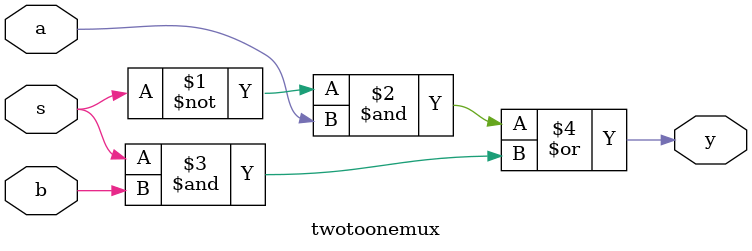
<source format=v>
`timescale 1ns / 1ps
module twotoonemux(
    input a,
    input b,
    input s,
    output y
    );
assign y=(~s&a)|(s&b);

endmodule

</source>
